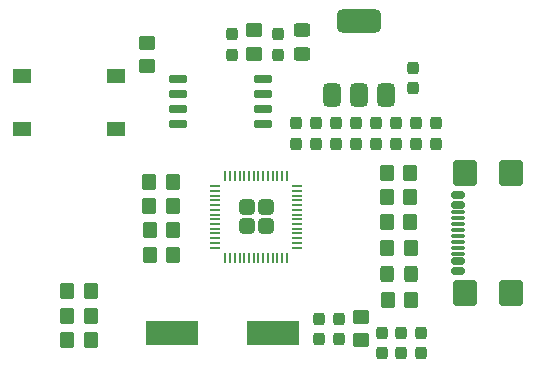
<source format=gbr>
%TF.GenerationSoftware,KiCad,Pcbnew,8.0.2*%
%TF.CreationDate,2025-07-19T08:03:09+07:00*%
%TF.ProjectId,PicoLink,5069636f-4c69-46e6-9b2e-6b696361645f,rev?*%
%TF.SameCoordinates,Original*%
%TF.FileFunction,Paste,Top*%
%TF.FilePolarity,Positive*%
%FSLAX46Y46*%
G04 Gerber Fmt 4.6, Leading zero omitted, Abs format (unit mm)*
G04 Created by KiCad (PCBNEW 8.0.2) date 2025-07-19 08:03:09*
%MOMM*%
%LPD*%
G01*
G04 APERTURE LIST*
G04 Aperture macros list*
%AMRoundRect*
0 Rectangle with rounded corners*
0 $1 Rounding radius*
0 $2 $3 $4 $5 $6 $7 $8 $9 X,Y pos of 4 corners*
0 Add a 4 corners polygon primitive as box body*
4,1,4,$2,$3,$4,$5,$6,$7,$8,$9,$2,$3,0*
0 Add four circle primitives for the rounded corners*
1,1,$1+$1,$2,$3*
1,1,$1+$1,$4,$5*
1,1,$1+$1,$6,$7*
1,1,$1+$1,$8,$9*
0 Add four rect primitives between the rounded corners*
20,1,$1+$1,$2,$3,$4,$5,0*
20,1,$1+$1,$4,$5,$6,$7,0*
20,1,$1+$1,$6,$7,$8,$9,0*
20,1,$1+$1,$8,$9,$2,$3,0*%
G04 Aperture macros list end*
%ADD10R,4.500000X2.000000*%
%ADD11RoundRect,0.050000X-0.050000X-0.387500X0.050000X-0.387500X0.050000X0.387500X-0.050000X0.387500X0*%
%ADD12RoundRect,0.050000X-0.387500X-0.050000X0.387500X-0.050000X0.387500X0.050000X-0.387500X0.050000X0*%
%ADD13RoundRect,0.249999X-0.395001X-0.395001X0.395001X-0.395001X0.395001X0.395001X-0.395001X0.395001X0*%
%ADD14RoundRect,0.250000X0.350000X0.450000X-0.350000X0.450000X-0.350000X-0.450000X0.350000X-0.450000X0*%
%ADD15RoundRect,0.250000X0.325000X0.450000X-0.325000X0.450000X-0.325000X-0.450000X0.325000X-0.450000X0*%
%ADD16RoundRect,0.237500X-0.237500X0.300000X-0.237500X-0.300000X0.237500X-0.300000X0.237500X0.300000X0*%
%ADD17RoundRect,0.250000X0.450000X-0.350000X0.450000X0.350000X-0.450000X0.350000X-0.450000X-0.350000X0*%
%ADD18RoundRect,0.250000X-0.450000X0.325000X-0.450000X-0.325000X0.450000X-0.325000X0.450000X0.325000X0*%
%ADD19RoundRect,0.237500X0.237500X-0.300000X0.237500X0.300000X-0.237500X0.300000X-0.237500X-0.300000X0*%
%ADD20R,1.550000X1.300000*%
%ADD21RoundRect,0.150000X-0.650000X-0.150000X0.650000X-0.150000X0.650000X0.150000X-0.650000X0.150000X0*%
%ADD22RoundRect,0.375000X0.375000X-0.625000X0.375000X0.625000X-0.375000X0.625000X-0.375000X-0.625000X0*%
%ADD23RoundRect,0.500000X1.400000X-0.500000X1.400000X0.500000X-1.400000X0.500000X-1.400000X-0.500000X0*%
%ADD24RoundRect,0.250000X-0.350000X-0.450000X0.350000X-0.450000X0.350000X0.450000X-0.350000X0.450000X0*%
%ADD25RoundRect,0.250000X-0.450000X0.350000X-0.450000X-0.350000X0.450000X-0.350000X0.450000X0.350000X0*%
%ADD26RoundRect,0.150000X0.425000X-0.150000X0.425000X0.150000X-0.425000X0.150000X-0.425000X-0.150000X0*%
%ADD27RoundRect,0.075000X0.500000X-0.075000X0.500000X0.075000X-0.500000X0.075000X-0.500000X-0.075000X0*%
%ADD28RoundRect,0.250000X0.750000X-0.840000X0.750000X0.840000X-0.750000X0.840000X-0.750000X-0.840000X0*%
G04 APERTURE END LIST*
D10*
%TO.C,Y1*%
X148600000Y-102500000D03*
X157100000Y-102500000D03*
%TD*%
D11*
%TO.C,U1*%
X153100000Y-89212500D03*
X153500000Y-89212500D03*
X153900000Y-89212500D03*
X154300000Y-89212500D03*
X154700000Y-89212500D03*
X155100000Y-89212500D03*
X155500000Y-89212500D03*
X155900000Y-89212500D03*
X156300000Y-89212500D03*
X156700000Y-89212500D03*
X157100000Y-89212500D03*
X157500000Y-89212500D03*
X157900000Y-89212500D03*
X158300000Y-89212500D03*
D12*
X159137500Y-90050000D03*
X159137500Y-90450000D03*
X159137500Y-90850000D03*
X159137500Y-91250000D03*
X159137500Y-91650000D03*
X159137500Y-92050000D03*
X159137500Y-92450000D03*
X159137500Y-92850000D03*
X159137500Y-93250000D03*
X159137500Y-93650000D03*
X159137500Y-94050000D03*
X159137500Y-94450000D03*
X159137500Y-94850000D03*
X159137500Y-95250000D03*
D11*
X158300000Y-96087500D03*
X157900000Y-96087500D03*
X157500000Y-96087500D03*
X157100000Y-96087500D03*
X156700000Y-96087500D03*
X156300000Y-96087500D03*
X155900000Y-96087500D03*
X155500000Y-96087500D03*
X155100000Y-96087500D03*
X154700000Y-96087500D03*
X154300000Y-96087500D03*
X153900000Y-96087500D03*
X153500000Y-96087500D03*
X153100000Y-96087500D03*
D12*
X152262500Y-95250000D03*
X152262500Y-94850000D03*
X152262500Y-94450000D03*
X152262500Y-94050000D03*
X152262500Y-93650000D03*
X152262500Y-93250000D03*
X152262500Y-92850000D03*
X152262500Y-92450000D03*
X152262500Y-92050000D03*
X152262500Y-91650000D03*
X152262500Y-91250000D03*
X152262500Y-90850000D03*
X152262500Y-90450000D03*
X152262500Y-90050000D03*
D13*
X156500000Y-93450000D03*
X156500000Y-91850000D03*
X154900000Y-93450000D03*
X154900000Y-91850000D03*
%TD*%
D14*
%TO.C,R3*%
X168850000Y-99700000D03*
X166850000Y-99700000D03*
%TD*%
D15*
%TO.C,D1*%
X168824998Y-97500001D03*
X166775002Y-97499999D03*
%TD*%
D16*
%TO.C,C13*%
X162700000Y-101287500D03*
X162700000Y-103012500D03*
%TD*%
%TO.C,C12*%
X167550000Y-84737500D03*
X167550000Y-86462500D03*
%TD*%
%TO.C,C11*%
X169250000Y-84737500D03*
X169250000Y-86462500D03*
%TD*%
%TO.C,C10*%
X170900000Y-84737500D03*
X170900000Y-86462500D03*
%TD*%
%TO.C,C9*%
X164150000Y-84737500D03*
X164150000Y-86462500D03*
%TD*%
%TO.C,C8*%
X165850000Y-84737500D03*
X165850000Y-86462500D03*
%TD*%
%TO.C,C7*%
X169700000Y-102437500D03*
X169700000Y-104162500D03*
%TD*%
%TO.C,C6*%
X168000000Y-102437500D03*
X168000000Y-104162500D03*
%TD*%
%TO.C,C5*%
X166322500Y-102437500D03*
X166322500Y-104162500D03*
%TD*%
%TO.C,C4*%
X160750000Y-84737500D03*
X160750000Y-86462500D03*
%TD*%
%TO.C,C3*%
X162500000Y-84737500D03*
X162500000Y-86462500D03*
%TD*%
%TO.C,C2*%
X159050000Y-86462500D03*
X159050000Y-84737500D03*
%TD*%
D17*
%TO.C,R2*%
X164550001Y-103100000D03*
X164550001Y-101100000D03*
%TD*%
D18*
%TO.C,D3*%
X159550001Y-76825002D03*
X159549999Y-78874998D03*
%TD*%
D19*
%TO.C,C18*%
X168950000Y-81762500D03*
X168950000Y-80037500D03*
%TD*%
D14*
%TO.C,R23*%
X148650000Y-89700000D03*
X146650000Y-89700000D03*
%TD*%
%TO.C,R25*%
X148700000Y-93800000D03*
X146700000Y-93800000D03*
%TD*%
D16*
%TO.C,C17*%
X157550000Y-77187500D03*
X157550000Y-78912500D03*
%TD*%
D20*
%TO.C,SW2*%
X135875000Y-80700000D03*
X143825000Y-80700000D03*
X135875000Y-85200000D03*
X143825000Y-85200000D03*
%TD*%
D16*
%TO.C,C1*%
X161000001Y-101287500D03*
X161000001Y-103012500D03*
%TD*%
D14*
%TO.C,R1*%
X168799997Y-95249998D03*
X166799997Y-95249998D03*
%TD*%
D21*
%TO.C,U4*%
X149100003Y-80995000D03*
X149100000Y-82265000D03*
X149100000Y-83535000D03*
X149099999Y-84804999D03*
X156299997Y-84805000D03*
X156300000Y-83535000D03*
X156300000Y-82265000D03*
X156300001Y-80995001D03*
%TD*%
D22*
%TO.C,U6*%
X162100000Y-82349999D03*
X164400000Y-82350000D03*
D23*
X164400000Y-76050000D03*
D22*
X166699999Y-82350001D03*
%TD*%
D16*
%TO.C,C16*%
X153650001Y-77175001D03*
X153650001Y-78900001D03*
%TD*%
D24*
%TO.C,R17*%
X139700000Y-101000000D03*
X141700000Y-101000000D03*
%TD*%
D25*
%TO.C,R22*%
X155550000Y-76850000D03*
X155550000Y-78850000D03*
%TD*%
D14*
%TO.C,R26*%
X146700000Y-95900000D03*
X148700000Y-95900000D03*
%TD*%
D24*
%TO.C,R19*%
X139700000Y-103050000D03*
X141700000Y-103050000D03*
%TD*%
D14*
%TO.C,R6*%
X168749996Y-88899997D03*
X166749996Y-88899997D03*
%TD*%
D26*
%TO.C,J2*%
X172820000Y-97200000D03*
X172820001Y-96400001D03*
D27*
X172820003Y-95250002D03*
X172820000Y-94250002D03*
X172819998Y-93750001D03*
X172820000Y-92749999D03*
D26*
X172819999Y-91599999D03*
X172819997Y-90800000D03*
X172819997Y-90800000D03*
X172819999Y-91599999D03*
D27*
X172820002Y-92250002D03*
X172820000Y-93250001D03*
X172820000Y-94749999D03*
X172819997Y-95750000D03*
D26*
X172820001Y-96400001D03*
X172820000Y-97200000D03*
D28*
X177325000Y-99110002D03*
X173394999Y-99109996D03*
X177325002Y-88889999D03*
X173395000Y-88889998D03*
%TD*%
D14*
%TO.C,R13*%
X168749997Y-90949998D03*
X166749997Y-90949998D03*
%TD*%
%TO.C,R12*%
X168749997Y-93099998D03*
X166749997Y-93099998D03*
%TD*%
D17*
%TO.C,R20*%
X146450000Y-79900000D03*
X146450000Y-77900000D03*
%TD*%
D14*
%TO.C,R24*%
X148650000Y-91750000D03*
X146650000Y-91750000D03*
%TD*%
D24*
%TO.C,R14*%
X139700000Y-98900000D03*
X141700000Y-98900000D03*
%TD*%
M02*

</source>
